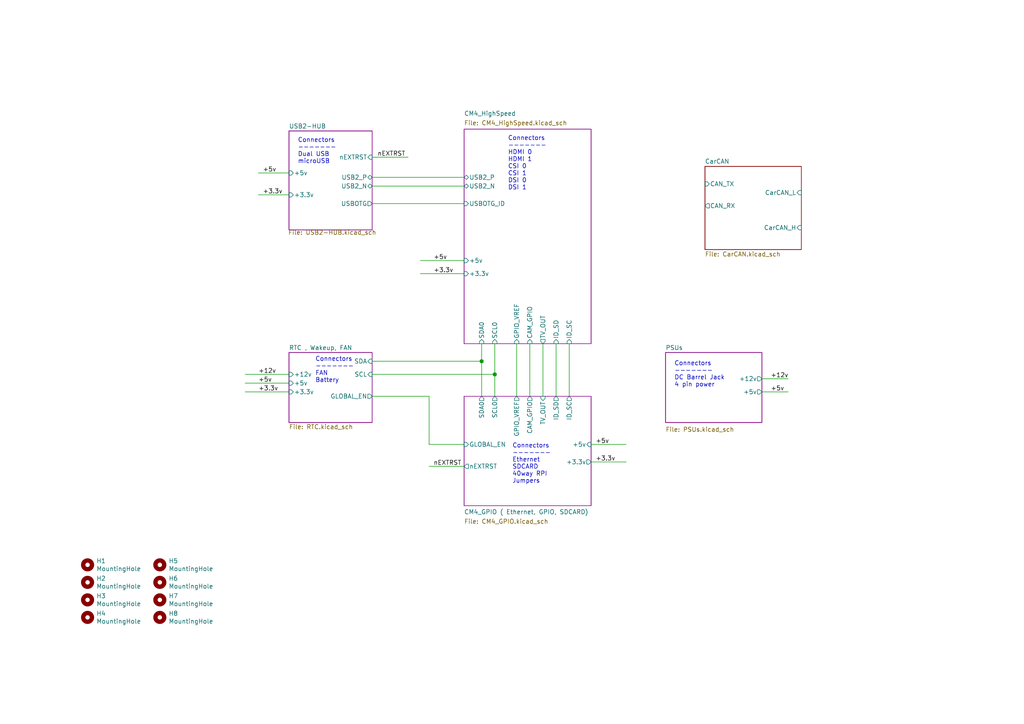
<source format=kicad_sch>
(kicad_sch (version 20231120) (generator "eeschema") (generator_version "8.0")
  (paper "A4")
  (lib_symbols
    (symbol "Mechanical:MountingHole"
      (property "Reference" "H" (at 0 5.08 0))
      (property "Value" "MountingHole" (at 0 3.175 0))
      (symbol "MountingHole_0_1"
        (circle (center 0 0) (radius 1.27) (stroke (width 1.27)))
      )
    )
  )
  (junction (at 143.51 108.585) (diameter 1.016))
  (junction (at 139.7 104.775) (diameter 1.016))
  (wire (pts (xy 107.95 114.935) (xy 124.46 114.935)))
  (wire (pts (xy 143.51 114.935) (xy 143.51 108.585)))
  (wire (pts (xy 83.82 56.515) (xy 74.93 56.515)))
  (wire (pts (xy 134.62 79.375) (xy 121.92 79.375)))
  (wire (pts (xy 157.48 114.935) (xy 157.48 99.695)))
  (wire (pts (xy 143.51 108.585) (xy 143.51 99.695)))
  (wire (pts (xy 149.86 99.695) (xy 149.86 114.935)))
  (wire (pts (xy 107.95 108.585) (xy 143.51 108.585)))
  (wire (pts (xy 124.46 135.255) (xy 134.62 135.255)))
  (wire (pts (xy 107.95 51.435) (xy 134.62 51.435)))
  (wire (pts (xy 139.7 99.695) (xy 139.7 104.775)))
  (wire (pts (xy 121.92 75.565) (xy 134.62 75.565)))
  (wire (pts (xy 165.1 114.935) (xy 165.1 99.695)))
  (wire (pts (xy 83.82 50.165) (xy 74.93 50.165)))
  (wire (pts (xy 139.7 104.775) (xy 139.7 114.935)))
  (wire (pts (xy 161.29 99.695) (xy 161.29 114.935)))
  (wire (pts (xy 181.61 128.905) (xy 171.45 128.905)))
  (wire (pts (xy 107.95 104.775) (xy 139.7 104.775)))
  (wire (pts (xy 220.98 109.855) (xy 228.6 109.855)))
  (wire (pts (xy 83.82 113.665) (xy 71.12 113.665)))
  (wire (pts (xy 124.46 128.905) (xy 124.46 114.935)))
  (wire (pts (xy 71.12 111.125) (xy 83.82 111.125)))
  (wire (pts (xy 153.67 114.935) (xy 153.67 99.695)))
  (wire (pts (xy 107.95 45.593) (xy 118.364 45.593)))
  (wire (pts (xy 107.95 53.975) (xy 134.62 53.975)))
  (wire (pts (xy 107.95 59.055) (xy 134.62 59.055)))
  (wire (pts (xy 171.45 133.985) (xy 181.61 133.985)))
  (wire (pts (xy 220.98 113.665) (xy 228.6 113.665)))
  (wire (pts (xy 134.62 128.905) (xy 124.46 128.905)))
  (wire (pts (xy 71.12 108.585) (xy 83.82 108.585)))
  (text "Connectors\n-------\nHDMI 0\nHDMI 1\nCSI 0\nCSI 1\nDSI 0\nDSI 1" (at 147.32 55.245 0) (effects (font (size 1.27 1.27)) (justify left bottom)))
  (text "Connectors\n-------\nEthernet\nSDCARD\n40way RPI\nJumpers" (at 148.59 140.335 0) (effects (font (size 1.27 1.27)) (justify left bottom)))
  (text "Connectors\n-------\nFAN\nBattery" (at 91.44 111.125 0) (effects (font (size 1.27 1.27)) (justify left bottom)))
  (text "Connectors\n-------\nDC Barrel Jack\n4 pin power" (at 195.58 112.395 0) (effects (font (size 1.27 1.27)) (justify left bottom)))
  (text "Connectors\n-------\nDual USB\nmicroUSB" (at 86.36 47.625 0) (effects (font (size 1.27 1.27)) (justify left bottom)))
  (label "+5v" (at 76.2 50.165 0))
  (label "nEXTRST" (at 109.474 45.593 0))
  (label "+3.3v" (at 74.93 113.665 0))
  (label "+12v" (at 223.52 109.855 0))
  (label "+12v" (at 74.93 108.585 0))
  (label "+5v" (at 74.93 111.125 0))
  (label "+3.3v" (at 172.72 133.985 0))
  (label "+5v" (at 172.72 128.905 0))
  (label "nEXTRST" (at 125.73 135.255 0))
  (label "+5v" (at 223.52 113.665 0))
  (label "+5v" (at 125.73 75.565 0))
  (label "+3.3v" (at 76.2 56.515 0))
  (label "+3.3v" (at 125.73 79.375 0))
  (symbol (lib_id "Mechanical:MountingHole") (at 46.355 168.91 0) (unit 1)
    (property "Reference" "H6" (at 48.895 167.767 0) (effects (justify left)))
    (property "Value" "MountingHole" (at 48.895 170.053 0) (effects (justify left)))
    (property "Footprint" "MountingHole:MountingHole_2.7mm_M2.5" (effects (hide yes)))
    (property "Field4" "nf" (effects (hide yes)))
    (property "Field5" "nf" (effects (hide yes)))
    (property "Field6" "nf" (effects (hide yes)))
    (property "Field7" "nf" (effects (hide yes)))
    (property "Part Description" "M2.5 mounting hole" (effects (hide yes)))
  )
  (symbol (lib_id "Mechanical:MountingHole") (at 25.4 163.83 0) (unit 1)
    (property "Reference" "H1" (at 27.94 162.687 0) (effects (justify left)))
    (property "Value" "MountingHole" (at 27.94 164.973 0) (effects (justify left)))
    (property "Footprint" "MountingHole:MountingHole_2.7mm_M2.5" (effects (hide yes)))
    (property "Field4" "nf" (effects (hide yes)))
    (property "Field5" "nf" (effects (hide yes)))
    (property "Field6" "nf" (effects (hide yes)))
    (property "Field7" "nf" (effects (hide yes)))
    (property "Part Description" "M2.5 mounting hole" (effects (hide yes)))
  )
  (symbol (lib_id "Mechanical:MountingHole") (at 25.4 173.99 0) (unit 1)
    (property "Reference" "H3" (at 27.94 172.847 0) (effects (justify left)))
    (property "Value" "MountingHole" (at 27.94 175.133 0) (effects (justify left)))
    (property "Footprint" "MountingHole:MountingHole_2.7mm_M2.5" (effects (hide yes)))
    (property "Field4" "nf" (effects (hide yes)))
    (property "Field5" "nf" (effects (hide yes)))
    (property "Field6" "nf" (effects (hide yes)))
    (property "Field7" "nf" (effects (hide yes)))
    (property "Part Description" "M2.5 mounting hole" (effects (hide yes)))
  )
  (symbol (lib_id "Mechanical:MountingHole") (at 46.355 179.07 0) (unit 1)
    (property "Reference" "H8" (at 48.895 177.927 0) (effects (justify left)))
    (property "Value" "MountingHole" (at 48.895 180.213 0) (effects (justify left)))
    (property "Footprint" "MountingHole:MountingHole_2.7mm_M2.5" (effects (hide yes)))
    (property "Field4" "nf" (effects (hide yes)))
    (property "Field5" "nf" (effects (hide yes)))
    (property "Field6" "nf" (effects (hide yes)))
    (property "Field7" "nf" (effects (hide yes)))
    (property "Part Description" "M2.5 mounting hole" (effects (hide yes)))
  )
  (symbol (lib_id "Mechanical:MountingHole") (at 25.4 168.91 0) (unit 1)
    (property "Reference" "H2" (at 27.94 167.767 0) (effects (justify left)))
    (property "Value" "MountingHole" (at 27.94 170.053 0) (effects (justify left)))
    (property "Footprint" "MountingHole:MountingHole_2.7mm_M2.5" (effects (hide yes)))
    (property "Field4" "nf" (effects (hide yes)))
    (property "Field5" "nf" (effects (hide yes)))
    (property "Field6" "nf" (effects (hide yes)))
    (property "Field7" "nf" (effects (hide yes)))
    (property "Part Description" "M2.5 mounting hole" (effects (hide yes)))
  )
  (symbol (lib_id "Mechanical:MountingHole") (at 46.355 173.99 0) (unit 1)
    (property "Reference" "H7" (at 48.895 172.847 0) (effects (justify left)))
    (property "Value" "MountingHole" (at 48.895 175.133 0) (effects (justify left)))
    (property "Footprint" "MountingHole:MountingHole_2.7mm_M2.5" (effects (hide yes)))
    (property "Field4" "nf" (effects (hide yes)))
    (property "Field5" "nf" (effects (hide yes)))
    (property "Field6" "nf" (effects (hide yes)))
    (property "Field7" "nf" (effects (hide yes)))
    (property "Part Description" "M2.5 mounting hole" (effects (hide yes)))
  )
  (symbol (lib_id "Mechanical:MountingHole") (at 25.4 179.07 0) (unit 1)
    (property "Reference" "H4" (at 27.94 177.927 0) (effects (justify left)))
    (property "Value" "MountingHole" (at 27.94 180.213 0) (effects (justify left)))
    (property "Footprint" "MountingHole:MountingHole_2.7mm_M2.5" (effects (hide yes)))
    (property "Field4" "nf" (effects (hide yes)))
    (property "Field5" "nf" (effects (hide yes)))
    (property "Field6" "nf" (effects (hide yes)))
    (property "Field7" "nf" (effects (hide yes)))
    (property "Part Description" "M2.5 mounting hole" (effects (hide yes)))
  )
  (symbol (lib_id "Mechanical:MountingHole") (at 46.355 163.83 0) (unit 1)
    (property "Reference" "H5" (at 48.895 162.687 0) (effects (justify left)))
    (property "Value" "MountingHole" (at 48.895 164.973 0) (effects (justify left)))
    (property "Footprint" "MountingHole:MountingHole_2.7mm_M2.5" (effects (hide yes)))
    (property "Field4" "nf" (effects (hide yes)))
    (property "Field5" "nf" (effects (hide yes)))
    (property "Field6" "nf" (effects (hide yes)))
    (property "Field7" "nf" (effects (hide yes)))
    (property "Part Description" "M2.5 mounting hole" (effects (hide yes)))
  )
  (sheet (at 134.62 114.935) (size 36.83 31.75) (stroke (width 0.1524) (color 132 0 132 1)) (fill (color 255 255 255 0.0000))
    (property "Sheetname" "CM4_GPIO ( Ethernet, GPIO, SDCARD)" (at 134.62 149.225 0) (effects (justify left bottom)))
    (property "Sheetfile" "CM4_GPIO.kicad_sch" (at 134.62 150.495 0) (effects (justify left top)))
    (pin "ID_SC" output (at 165.1 114.935 90))
    (pin "ID_SD" output (at 161.29 114.935 90))
    (pin "CAM_GPIO" output (at 153.67 114.935 90))
    (pin "SCL0" output (at 143.51 114.935 90))
    (pin "SDA0" output (at 139.7 114.935 90))
    (pin "+5v" input (at 171.45 128.905 0))
    (pin "+3.3v" output (at 171.45 133.985 0))
    (pin "nEXTRST" output (at 134.62 135.255 180))
    (pin "GLOBAL_EN" input (at 134.62 128.905 180))
    (pin "GPIO_VREF" output (at 149.86 114.935 90))
    (pin "TV_OUT" input (at 157.48 114.935 90))
  )
  (sheet (at 134.62 37.465) (size 36.83 62.23) (stroke (width 0.1524) (color 132 0 132 1)) (fill (color 255 255 255 0.0000))
    (property "Sheetname" "CM4_HighSpeed" (at 134.62 33.655 0) (effects (justify left bottom)))
    (property "Sheetfile" "CM4_HighSpeed.kicad_sch" (at 134.62 34.925 0) (effects (justify left top)))
    (pin "USB2_N" bidirectional (at 134.62 53.975 180))
    (pin "USB2_P" bidirectional (at 134.62 51.435 180))
    (pin "ID_SC" input (at 165.1 99.695 270))
    (pin "ID_SD" input (at 161.29 99.695 270))
    (pin "CAM_GPIO" input (at 153.67 99.695 270))
    (pin "SCL0" input (at 143.51 99.695 270))
    (pin "SDA0" input (at 139.7 99.695 270))
    (pin "+5v" input (at 134.62 75.565 180))
    (pin "+3.3v" input (at 134.62 79.375 180))
    (pin "USBOTG_ID" input (at 134.62 59.055 180))
    (pin "GPIO_VREF" input (at 149.86 99.695 270))
    (pin "TV_OUT" output (at 157.48 99.695 270))
  )
  (sheet (at 83.82 102.235) (size 24.13 20.32) (stroke (width 0.1524) (color 132 0 132 1)) (fill (color 255 255 255 0.0000))
    (property "Sheetname" "RTC , Wakeup, FAN" (at 83.82 101.5995 0) (effects (justify left bottom)))
    (property "Sheetfile" "RTC.kicad_sch" (at 83.82 123.0635 0) (effects (justify left top)))
    (pin "SCL" input (at 107.95 108.585 0))
    (pin "SDA" input (at 107.95 104.775 0))
    (pin "+5v" input (at 83.82 111.125 180))
    (pin "+3.3v" input (at 83.82 113.665 180))
    (pin "GLOBAL_EN" output (at 107.95 114.935 0))
    (pin "+12v" input (at 83.82 108.585 180))
  )
  (sheet (at 83.82 37.973) (size 24.13 28.702) (stroke (width 0.1524) (color 132 0 132 1)) (fill (color 255 255 255 0.0000))
    (property "Sheetname" "USB2-HUB" (at 83.82 37.3375 0) (effects (justify left bottom)))
    (property "Sheetfile" "USB2-HUB.kicad_sch" (at 83.566 66.675 0) (effects (justify left top)))
    (pin "USB2_N" bidirectional (at 107.95 53.975 0))
    (pin "USB2_P" bidirectional (at 107.95 51.435 0))
    (pin "+5v" input (at 83.82 50.165 180))
    (pin "+3.3v" input (at 83.82 56.515 180))
    (pin "nEXTRST" input (at 107.95 45.593 0))
    (pin "USBOTG" output (at 107.95 59.055 0))
  )
  (sheet (at 204.47 48.26) (size 27.94 24.13) (stroke (width 0.1524))
    (property "Sheetname" "CarCAN" (at 204.47 47.5484 0) (effects (justify left bottom)))
    (property "Sheetfile" "CarCAN.kicad_sch" (at 204.47 72.9746 0) (effects (justify left top)))
    (pin "CAN_TX" input (at 204.47 53.34 180))
    (pin "CAN_RX" output (at 204.47 59.69 180))
    (pin "CarCAN_L" input (at 232.41 55.88 0))
    (pin "CarCAN_H" input (at 232.41 66.04 0))
  )
  (sheet (at 193.04 102.235) (size 27.94 20.32) (stroke (width 0.1524) (color 132 0 132 1)) (fill (color 255 255 255 0.0000))
    (property "Sheetname" "PSUs" (at 193.04 101.5995 0) (effects (justify left bottom)))
    (property "Sheetfile" "PSUs.kicad_sch" (at 193.04 123.825 0) (effects (justify left top)))
    (pin "+5v" output (at 220.98 113.665 0))
    (pin "+12v" output (at 220.98 109.855 0))
  )
)
</source>
